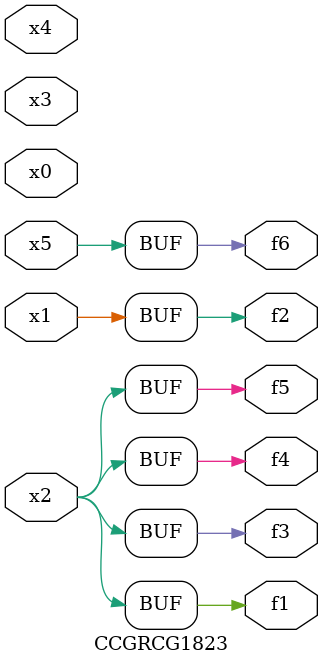
<source format=v>
module CCGRCG1823(
	input x0, x1, x2, x3, x4, x5,
	output f1, f2, f3, f4, f5, f6
);
	assign f1 = x2;
	assign f2 = x1;
	assign f3 = x2;
	assign f4 = x2;
	assign f5 = x2;
	assign f6 = x5;
endmodule

</source>
